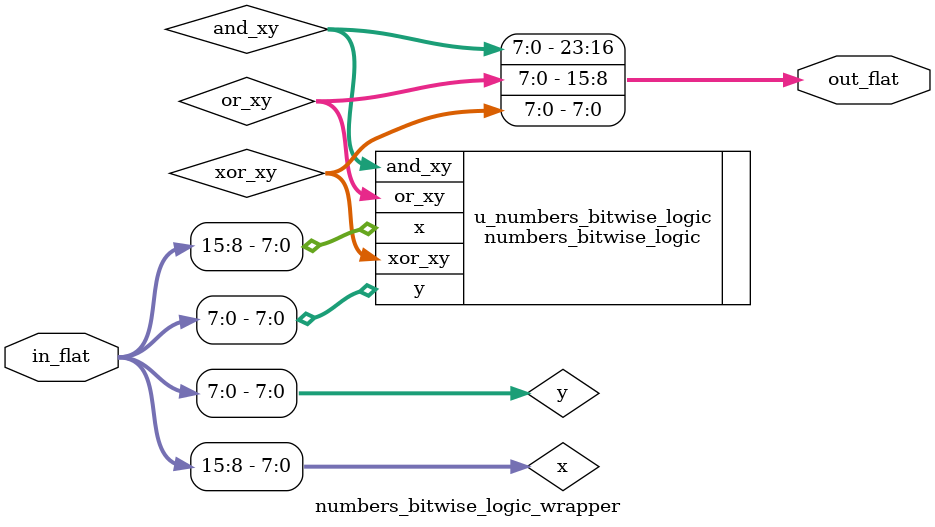
<source format=sv>

module numbers_bitwise_logic_wrapper (
    input  wire [15:0] in_flat,
    output wire [23:0] out_flat
);

  // Slice `in_flat` into original inputs
  wire [7:0] x = in_flat[15:8];
  wire [7:0] y = in_flat[7:0];

  // Wires to capture original module outputs
  wire [7:0] and_xy;
  wire [7:0] or_xy;
  wire [7:0] xor_xy;

  // Instantiate the original module
  numbers_bitwise_logic u_numbers_bitwise_logic (
    .x(x),
    .y(y),
    .and_xy(and_xy),
    .or_xy(or_xy),
    .xor_xy(xor_xy)
  );

  // Pack original outputs into `out_flat`
  assign out_flat[23:16] = and_xy;
  assign out_flat[15:8] = or_xy;
  assign out_flat[7:0] = xor_xy;

endmodule  // numbers_bitwise_logic_wrapper
</source>
